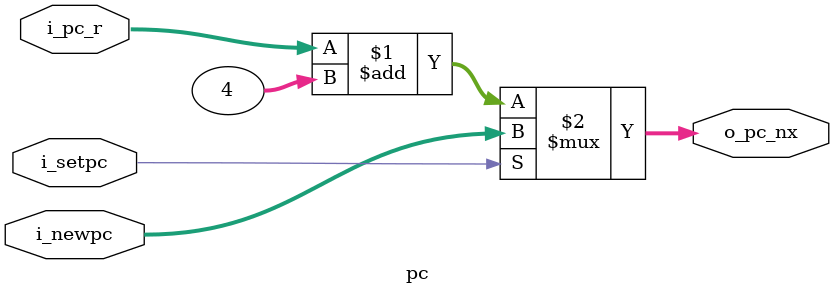
<source format=v>
module pc(
    input       [32:0] i_pc_r,
    input              i_setpc,
    input       [32:0] i_newpc,

    output      [32:0] o_pc_nx
);
    assign o_pc_nx = i_setpc ? i_newpc    :
                               i_pc_r + 4;
endmodule
</source>
